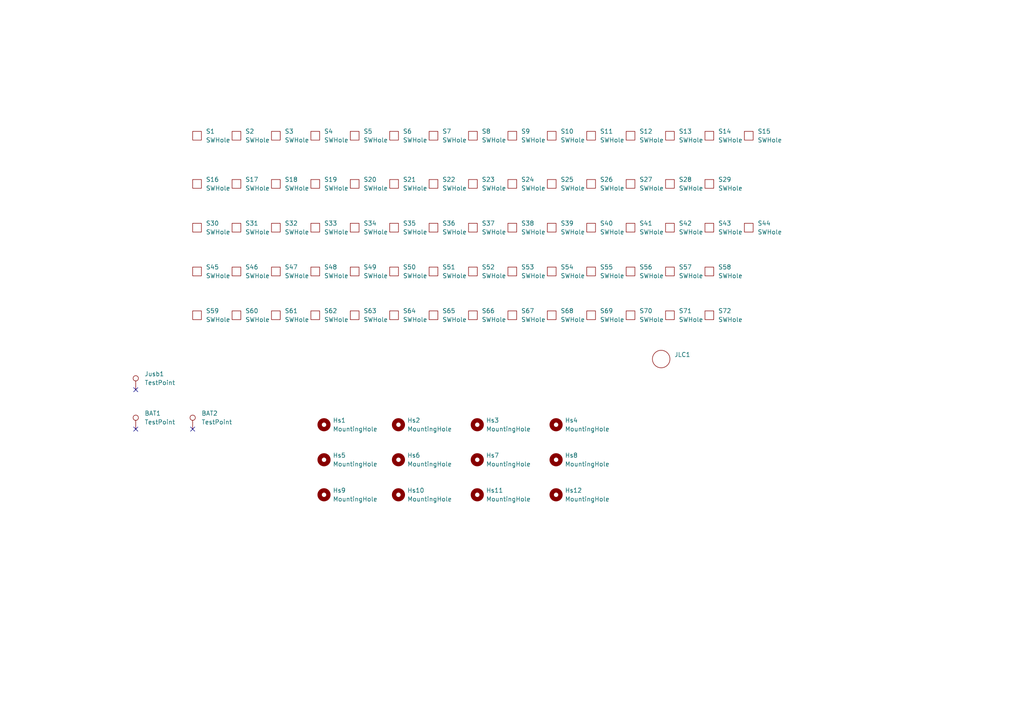
<source format=kicad_sch>
(kicad_sch (version 20250114) (generator "eeschema") (generator_version "9.0")
  (paper "A4")
  (lib_symbols
    (symbol "Connector:TestPoint" (pin_numbers (hide yes)) (pin_names (offset 0.762) (hide yes))
      (property "Reference" "TP" (at 0 6.858 0))
      (property "Value" "TestPoint" (at 0 5.08 0))
      (symbol "TestPoint_0_1"
        (circle (center 0 3.302) (radius 0.762))
      )
      (symbol "TestPoint_1_1"
        (pin passive line (at 0 0 90) (length 2.54) (name "1") (number "1"))
      )
    )
    (symbol "Giri:JLC_Order_Num"
      (property "Reference" "JLC" (at 0 0 0))
      (property "Value" "JLC_Order_Num" (at 0 0 0))
      (symbol "JLC_Order_Num_0_1"
        (circle (center 0 0) (radius 2.54) (stroke (width 0.1524)))
      )
    )
    (symbol "Mechanical:MountingHole" (pin_names (offset 1.016)) (in_bom no)
      (property "Reference" "H" (at 0 5.08 0))
      (property "Value" "MountingHole" (at 0 3.175 0))
      (symbol "MountingHole_0_1"
        (circle (center 0 0) (radius 1.27) (stroke (width 1.27)))
      )
    )
    (symbol "tmr-lib:SWHole"
      (property "Reference" "S" (at 0 2.54 0))
      (property "Value" "SWHole" (at 0 -2.54 0))
      (symbol "SWHole_0_1"
        (rectangle (start -1.27 1.27) (end 1.27 -1.27) (stroke (width 0.1524)))
      )
    )
  )
  (no_connect (at 39.37 124.46))
  (no_connect (at 39.37 113.03))
  (no_connect (at 55.88 124.46))
  (symbol (lib_id "tmr-lib:SWHole") (at 125.73 53.34 0) (unit 1)
    (property "Reference" "S22" (at 128.27 52.0699 0) (effects (justify left)))
    (property "Value" "SWHole" (at 128.27 54.6099 0) (effects (justify left)))
    (property "Footprint" "tmr-lib:Switch_Cutout" (effects (hide yes)))
  )
  (symbol (lib_id "tmr-lib:SWHole") (at 148.59 66.04 0) (unit 1)
    (property "Reference" "S38" (at 151.13 64.7699 0) (effects (justify left)))
    (property "Value" "SWHole" (at 151.13 67.3099 0) (effects (justify left)))
    (property "Footprint" "tmr-lib:Switch_Cutout" (effects (hide yes)))
  )
  (symbol (lib_id "tmr-lib:SWHole") (at 68.58 91.44 0) (unit 1)
    (property "Reference" "S60" (at 71.12 90.1699 0) (effects (justify left)))
    (property "Value" "SWHole" (at 71.12 92.7099 0) (effects (justify left)))
    (property "Footprint" "tmr-lib:Switch_Cutout_1.25u" (effects (hide yes)))
  )
  (symbol (lib_id "tmr-lib:SWHole") (at 137.16 66.04 0) (unit 1)
    (property "Reference" "S37" (at 139.7 64.7699 0) (effects (justify left)))
    (property "Value" "SWHole" (at 139.7 67.3099 0) (effects (justify left)))
    (property "Footprint" "tmr-lib:Switch_Cutout" (effects (hide yes)))
  )
  (symbol (lib_id "Mechanical:MountingHole") (at 115.57 133.35 0) (unit 1) (in_bom no)
    (property "Reference" "Hs6" (at 118.11 132.0799 0) (effects (justify left)))
    (property "Value" "MountingHole" (at 118.11 134.6199 0) (effects (justify left)))
    (property "Footprint" "MountingHole:MountingHole_2.1mm" (effects (hide yes)))
    (property "Description" "Mounting Hole without connection" (effects (hide yes)))
  )
  (symbol (lib_id "tmr-lib:SWHole") (at 205.74 78.74 0) (unit 1)
    (property "Reference" "S58" (at 208.28 77.4699 0) (effects (justify left)))
    (property "Value" "SWHole" (at 208.28 80.0099 0) (effects (justify left)))
    (property "Footprint" "tmr-lib:Switch_Cutout" (effects (hide yes)))
  )
  (symbol (lib_id "tmr-lib:SWHole") (at 102.87 53.34 0) (unit 1)
    (property "Reference" "S20" (at 105.41 52.0699 0) (effects (justify left)))
    (property "Value" "SWHole" (at 105.41 54.6099 0) (effects (justify left)))
    (property "Footprint" "tmr-lib:Switch_Cutout" (effects (hide yes)))
  )
  (symbol (lib_id "tmr-lib:SWHole") (at 114.3 78.74 0) (unit 1)
    (property "Reference" "S50" (at 116.84 77.4699 0) (effects (justify left)))
    (property "Value" "SWHole" (at 116.84 80.0099 0) (effects (justify left)))
    (property "Footprint" "tmr-lib:Switch_Cutout" (effects (hide yes)))
  )
  (symbol (lib_id "tmr-lib:SWHole") (at 114.3 91.44 0) (unit 1)
    (property "Reference" "S64" (at 116.84 90.1699 0) (effects (justify left)))
    (property "Value" "SWHole" (at 116.84 92.7099 0) (effects (justify left)))
    (property "Footprint" "tmr-lib:Switch_Cutout_2u" (effects (hide yes)))
  )
  (symbol (lib_id "Giri:JLC_Order_Num") (at 191.77 104.14 0) (unit 1)
    (property "Reference" "JLC1" (at 195.58 102.87 0) (effects (justify left)))
    (property "Value" "JLC_Order_Num" (effects (hide yes)))
    (property "Footprint" "tmr-lib:JLC_Order_Num" (effects (hide yes)))
  )
  (symbol (lib_id "tmr-lib:SWHole") (at 80.01 78.74 0) (unit 1)
    (property "Reference" "S47" (at 82.55 77.4699 0) (effects (justify left)))
    (property "Value" "SWHole" (at 82.55 80.0099 0) (effects (justify left)))
    (property "Footprint" "tmr-lib:Switch_Cutout" (effects (hide yes)))
  )
  (symbol (lib_id "tmr-lib:SWHole") (at 114.3 39.37 0) (unit 1)
    (property "Reference" "S6" (at 116.84 38.0999 0) (effects (justify left)))
    (property "Value" "SWHole" (at 116.84 40.6399 0) (effects (justify left)))
    (property "Footprint" "tmr-lib:Switch_Cutout" (effects (hide yes)))
  )
  (symbol (lib_id "tmr-lib:SWHole") (at 68.58 53.34 0) (unit 1)
    (property "Reference" "S17" (at 71.12 52.0699 0) (effects (justify left)))
    (property "Value" "SWHole" (at 71.12 54.6099 0) (effects (justify left)))
    (property "Footprint" "tmr-lib:Switch_Cutout" (effects (hide yes)))
  )
  (symbol (lib_id "Mechanical:MountingHole") (at 161.29 133.35 0) (unit 1) (in_bom no)
    (property "Reference" "Hs8" (at 163.83 132.0799 0) (effects (justify left)))
    (property "Value" "MountingHole" (at 163.83 134.6199 0) (effects (justify left)))
    (property "Footprint" "MountingHole:MountingHole_2.1mm" (effects (hide yes)))
    (property "Description" "Mounting Hole without connection" (effects (hide yes)))
  )
  (symbol (lib_id "tmr-lib:SWHole") (at 194.31 78.74 0) (unit 1)
    (property "Reference" "S57" (at 196.85 77.4699 0) (effects (justify left)))
    (property "Value" "SWHole" (at 196.85 80.0099 0) (effects (justify left)))
    (property "Footprint" "tmr-lib:Switch_Cutout_1.75u" (effects (hide yes)))
  )
  (symbol (lib_id "tmr-lib:SWHole") (at 194.31 53.34 0) (unit 1)
    (property "Reference" "S28" (at 196.85 52.0699 0) (effects (justify left)))
    (property "Value" "SWHole" (at 196.85 54.6099 0) (effects (justify left)))
    (property "Footprint" "tmr-lib:Switch_Cutout" (effects (hide yes)))
  )
  (symbol (lib_id "tmr-lib:SWHole") (at 194.31 66.04 0) (unit 1)
    (property "Reference" "S42" (at 196.85 64.7699 0) (effects (justify left)))
    (property "Value" "SWHole" (at 196.85 67.3099 0) (effects (justify left)))
    (property "Footprint" "tmr-lib:Switch_Cutout_1.25u" (effects (hide yes)))
  )
  (symbol (lib_id "tmr-lib:SWHole") (at 68.58 66.04 0) (unit 1)
    (property "Reference" "S31" (at 71.12 64.7699 0) (effects (justify left)))
    (property "Value" "SWHole" (at 71.12 67.3099 0) (effects (justify left)))
    (property "Footprint" "tmr-lib:Switch_Cutout" (effects (hide yes)))
  )
  (symbol (lib_id "tmr-lib:SWHole") (at 102.87 66.04 0) (unit 1)
    (property "Reference" "S34" (at 105.41 64.7699 0) (effects (justify left)))
    (property "Value" "SWHole" (at 105.41 67.3099 0) (effects (justify left)))
    (property "Footprint" "tmr-lib:Switch_Cutout" (effects (hide yes)))
  )
  (symbol (lib_id "tmr-lib:SWHole") (at 57.15 78.74 0) (unit 1)
    (property "Reference" "S45" (at 59.69 77.4699 0) (effects (justify left)))
    (property "Value" "SWHole" (at 59.69 80.0099 0) (effects (justify left)))
    (property "Footprint" "tmr-lib:Switch_Cutout_1.25u" (effects (hide yes)))
  )
  (symbol (lib_id "Mechanical:MountingHole") (at 93.98 123.19 0) (unit 1) (in_bom no)
    (property "Reference" "Hs1" (at 96.52 121.9199 0) (effects (justify left)))
    (property "Value" "MountingHole" (at 96.52 124.4599 0) (effects (justify left)))
    (property "Footprint" "MountingHole:MountingHole_2.1mm" (effects (hide yes)))
    (property "Description" "Mounting Hole without connection" (effects (hide yes)))
  )
  (symbol (lib_id "tmr-lib:SWHole") (at 57.15 39.37 0) (unit 1)
    (property "Reference" "S1" (at 59.69 38.0999 0) (effects (justify left)))
    (property "Value" "SWHole" (at 59.69 40.6399 0) (effects (justify left)))
    (property "Footprint" "tmr-lib:Switch_Cutout" (effects (hide yes)))
  )
  (symbol (lib_id "tmr-lib:SWHole") (at 205.74 91.44 0) (unit 1)
    (property "Reference" "S72" (at 208.28 90.1699 0) (effects (justify left)))
    (property "Value" "SWHole" (at 208.28 92.7099 0) (effects (justify left)))
    (property "Footprint" "tmr-lib:Switch_Cutout" (effects (hide yes)))
  )
  (symbol (lib_id "tmr-lib:SWHole") (at 125.73 39.37 0) (unit 1)
    (property "Reference" "S7" (at 128.27 38.0999 0) (effects (justify left)))
    (property "Value" "SWHole" (at 128.27 40.6399 0) (effects (justify left)))
    (property "Footprint" "tmr-lib:Switch_Cutout" (effects (hide yes)))
  )
  (symbol (lib_id "tmr-lib:SWHole") (at 148.59 39.37 0) (unit 1)
    (property "Reference" "S9" (at 151.13 38.0999 0) (effects (justify left)))
    (property "Value" "SWHole" (at 151.13 40.6399 0) (effects (justify left)))
    (property "Footprint" "tmr-lib:Switch_Cutout" (effects (hide yes)))
  )
  (symbol (lib_id "tmr-lib:SWHole") (at 68.58 78.74 0) (unit 1)
    (property "Reference" "S46" (at 71.12 77.4699 0) (effects (justify left)))
    (property "Value" "SWHole" (at 71.12 80.0099 0) (effects (justify left)))
    (property "Footprint" "tmr-lib:Switch_Cutout_1.75u" (effects (hide yes)))
  )
  (symbol (lib_id "tmr-lib:SWHole") (at 171.45 91.44 0) (unit 1)
    (property "Reference" "S69" (at 173.99 90.1699 0) (effects (justify left)))
    (property "Value" "SWHole" (at 173.99 92.7099 0) (effects (justify left)))
    (property "Footprint" "tmr-lib:Switch_Cutout" (effects (hide yes)))
  )
  (symbol (lib_id "tmr-lib:SWHole") (at 171.45 39.37 0) (unit 1)
    (property "Reference" "S11" (at 173.99 38.0999 0) (effects (justify left)))
    (property "Value" "SWHole" (at 173.99 40.6399 0) (effects (justify left)))
    (property "Footprint" "tmr-lib:Switch_Cutout" (effects (hide yes)))
  )
  (symbol (lib_id "tmr-lib:SWHole") (at 194.31 91.44 0) (unit 1)
    (property "Reference" "S71" (at 196.85 90.1699 0) (effects (justify left)))
    (property "Value" "SWHole" (at 196.85 92.7099 0) (effects (justify left)))
    (property "Footprint" "tmr-lib:Switch_Cutout" (effects (hide yes)))
  )
  (symbol (lib_id "tmr-lib:SWHole") (at 205.74 39.37 0) (unit 1)
    (property "Reference" "S14" (at 208.28 38.0999 0) (effects (justify left)))
    (property "Value" "SWHole" (at 208.28 40.6399 0) (effects (justify left)))
    (property "Footprint" "tmr-lib:Switch_Cutout" (effects (hide yes)))
  )
  (symbol (lib_id "tmr-lib:SWHole") (at 148.59 91.44 0) (unit 1)
    (property "Reference" "S67" (at 151.13 90.1699 0) (effects (justify left)))
    (property "Value" "SWHole" (at 151.13 92.7099 0) (effects (justify left)))
    (property "Footprint" "tmr-lib:Switch_Cutout" (effects (hide yes)))
  )
  (symbol (lib_id "tmr-lib:SWHole") (at 91.44 53.34 0) (unit 1)
    (property "Reference" "S19" (at 93.98 52.0699 0) (effects (justify left)))
    (property "Value" "SWHole" (at 93.98 54.6099 0) (effects (justify left)))
    (property "Footprint" "tmr-lib:Switch_Cutout" (effects (hide yes)))
  )
  (symbol (lib_id "tmr-lib:SWHole") (at 102.87 39.37 0) (unit 1)
    (property "Reference" "S5" (at 105.41 38.0999 0) (effects (justify left)))
    (property "Value" "SWHole" (at 105.41 40.6399 0) (effects (justify left)))
    (property "Footprint" "tmr-lib:Switch_Cutout" (effects (hide yes)))
  )
  (symbol (lib_id "tmr-lib:SWHole") (at 91.44 39.37 0) (unit 1)
    (property "Reference" "S4" (at 93.98 38.0999 0) (effects (justify left)))
    (property "Value" "SWHole" (at 93.98 40.6399 0) (effects (justify left)))
    (property "Footprint" "tmr-lib:Switch_Cutout" (effects (hide yes)))
  )
  (symbol (lib_id "tmr-lib:SWHole") (at 137.16 91.44 0) (unit 1)
    (property "Reference" "S66" (at 139.7 90.1699 0) (effects (justify left)))
    (property "Value" "SWHole" (at 139.7 92.7099 0) (effects (justify left)))
    (property "Footprint" "tmr-lib:Switch_Cutout_2u" (effects (hide yes)))
  )
  (symbol (lib_id "tmr-lib:SWHole") (at 182.88 91.44 0) (unit 1)
    (property "Reference" "S70" (at 185.42 90.1699 0) (effects (justify left)))
    (property "Value" "SWHole" (at 185.42 92.7099 0) (effects (justify left)))
    (property "Footprint" "tmr-lib:Switch_Cutout_1.25u" (effects (hide yes)))
  )
  (symbol (lib_id "tmr-lib:SWHole") (at 68.58 39.37 0) (unit 1)
    (property "Reference" "S2" (at 71.12 38.0999 0) (effects (justify left)))
    (property "Value" "SWHole" (at 71.12 40.6399 0) (effects (justify left)))
    (property "Footprint" "tmr-lib:Switch_Cutout" (effects (hide yes)))
  )
  (symbol (lib_id "tmr-lib:SWHole") (at 125.73 78.74 0) (unit 1)
    (property "Reference" "S51" (at 128.27 77.4699 0) (effects (justify left)))
    (property "Value" "SWHole" (at 128.27 80.0099 0) (effects (justify left)))
    (property "Footprint" "tmr-lib:Switch_Cutout" (effects (hide yes)))
  )
  (symbol (lib_id "Mechanical:MountingHole") (at 138.43 133.35 0) (unit 1) (in_bom no)
    (property "Reference" "Hs7" (at 140.97 132.0799 0) (effects (justify left)))
    (property "Value" "MountingHole" (at 140.97 134.6199 0) (effects (justify left)))
    (property "Footprint" "MountingHole:MountingHole_2.1mm" (effects (hide yes)))
    (property "Description" "Mounting Hole without connection" (effects (hide yes)))
  )
  (symbol (lib_id "tmr-lib:SWHole") (at 137.16 53.34 0) (unit 1)
    (property "Reference" "S23" (at 139.7 52.0699 0) (effects (justify left)))
    (property "Value" "SWHole" (at 139.7 54.6099 0) (effects (justify left)))
    (property "Footprint" "tmr-lib:Switch_Cutout" (effects (hide yes)))
  )
  (symbol (lib_id "Mechanical:MountingHole") (at 115.57 143.51 0) (unit 1) (in_bom no)
    (property "Reference" "Hs10" (at 118.11 142.2399 0) (effects (justify left)))
    (property "Value" "MountingHole" (at 118.11 144.7799 0) (effects (justify left)))
    (property "Footprint" "MountingHole:MountingHole_2.1mm" (effects (hide yes)))
    (property "Description" "Mounting Hole without connection" (effects (hide yes)))
  )
  (symbol (lib_id "tmr-lib:SWHole") (at 91.44 78.74 0) (unit 1)
    (property "Reference" "S48" (at 93.98 77.4699 0) (effects (justify left)))
    (property "Value" "SWHole" (at 93.98 80.0099 0) (effects (justify left)))
    (property "Footprint" "tmr-lib:Switch_Cutout" (effects (hide yes)))
  )
  (symbol (lib_id "Mechanical:MountingHole") (at 115.57 123.19 0) (unit 1) (in_bom no)
    (property "Reference" "Hs2" (at 118.11 121.9199 0) (effects (justify left)))
    (property "Value" "MountingHole" (at 118.11 124.4599 0) (effects (justify left)))
    (property "Footprint" "MountingHole:MountingHole_2.1mm" (effects (hide yes)))
    (property "Description" "Mounting Hole without connection" (effects (hide yes)))
  )
  (symbol (lib_id "tmr-lib:SWHole") (at 80.01 53.34 0) (unit 1)
    (property "Reference" "S18" (at 82.55 52.0699 0) (effects (justify left)))
    (property "Value" "SWHole" (at 82.55 54.6099 0) (effects (justify left)))
    (property "Footprint" "tmr-lib:Switch_Cutout" (effects (hide yes)))
  )
  (symbol (lib_id "tmr-lib:SWHole") (at 171.45 78.74 0) (unit 1)
    (property "Reference" "S55" (at 173.99 77.4699 0) (effects (justify left)))
    (property "Value" "SWHole" (at 173.99 80.0099 0) (effects (justify left)))
    (property "Footprint" "tmr-lib:Switch_Cutout" (effects (hide yes)))
  )
  (symbol (lib_id "tmr-lib:SWHole") (at 80.01 66.04 0) (unit 1)
    (property "Reference" "S32" (at 82.55 64.7699 0) (effects (justify left)))
    (property "Value" "SWHole" (at 82.55 67.3099 0) (effects (justify left)))
    (property "Footprint" "tmr-lib:Switch_Cutout" (effects (hide yes)))
  )
  (symbol (lib_id "tmr-lib:SWHole") (at 102.87 78.74 0) (unit 1)
    (property "Reference" "S49" (at 105.41 77.4699 0) (effects (justify left)))
    (property "Value" "SWHole" (at 105.41 80.0099 0) (effects (justify left)))
    (property "Footprint" "tmr-lib:Switch_Cutout" (effects (hide yes)))
  )
  (symbol (lib_id "Mechanical:MountingHole") (at 138.43 123.19 0) (unit 1) (in_bom no)
    (property "Reference" "Hs3" (at 140.97 121.9199 0) (effects (justify left)))
    (property "Value" "MountingHole" (at 140.97 124.4599 0) (effects (justify left)))
    (property "Footprint" "MountingHole:MountingHole_2.1mm" (effects (hide yes)))
    (property "Description" "Mounting Hole without connection" (effects (hide yes)))
  )
  (symbol (lib_id "Connector:TestPoint") (at 39.37 113.03 0) (unit 1)
    (property "Reference" "Jusb1" (at 41.91 108.4579 0) (effects (justify left)))
    (property "Value" "TestPoint" (at 41.91 110.9979 0) (effects (justify left)))
    (property "Footprint" "tmr-lib:Dummy" (effects (hide yes)))
    (property "Description" "test point" (effects (hide yes)))
  )
  (symbol (lib_id "tmr-lib:SWHole") (at 160.02 39.37 0) (unit 1)
    (property "Reference" "S10" (at 162.56 38.0999 0) (effects (justify left)))
    (property "Value" "SWHole" (at 162.56 40.6399 0) (effects (justify left)))
    (property "Footprint" "tmr-lib:Switch_Cutout" (effects (hide yes)))
  )
  (symbol (lib_id "tmr-lib:SWHole") (at 114.3 66.04 0) (unit 1)
    (property "Reference" "S35" (at 116.84 64.7699 0) (effects (justify left)))
    (property "Value" "SWHole" (at 116.84 67.3099 0) (effects (justify left)))
    (property "Footprint" "tmr-lib:Switch_Cutout" (effects (hide yes)))
  )
  (symbol (lib_id "tmr-lib:SWHole") (at 57.15 53.34 0) (unit 1)
    (property "Reference" "S16" (at 59.69 52.0699 0) (effects (justify left)))
    (property "Value" "SWHole" (at 59.69 54.6099 0) (effects (justify left)))
    (property "Footprint" "tmr-lib:Switch_Cutout" (effects (hide yes)))
  )
  (symbol (lib_id "tmr-lib:SWHole") (at 205.74 66.04 0) (unit 1)
    (property "Reference" "S43" (at 208.28 64.7699 0) (effects (justify left)))
    (property "Value" "SWHole" (at 208.28 67.3099 0) (effects (justify left)))
    (property "Footprint" "tmr-lib:Switch_Cutout" (effects (hide yes)))
  )
  (symbol (lib_id "tmr-lib:SWHole") (at 160.02 78.74 0) (unit 1)
    (property "Reference" "S54" (at 162.56 77.4699 0) (effects (justify left)))
    (property "Value" "SWHole" (at 162.56 80.0099 0) (effects (justify left)))
    (property "Footprint" "tmr-lib:Switch_Cutout" (effects (hide yes)))
  )
  (symbol (lib_id "tmr-lib:SWHole") (at 171.45 53.34 0) (unit 1)
    (property "Reference" "S26" (at 173.99 52.0699 0) (effects (justify left)))
    (property "Value" "SWHole" (at 173.99 54.6099 0) (effects (justify left)))
    (property "Footprint" "tmr-lib:Switch_Cutout" (effects (hide yes)))
  )
  (symbol (lib_id "Mechanical:MountingHole") (at 93.98 143.51 0) (unit 1) (in_bom no)
    (property "Reference" "Hs9" (at 96.52 142.2399 0) (effects (justify left)))
    (property "Value" "MountingHole" (at 96.52 144.7799 0) (effects (justify left)))
    (property "Footprint" "MountingHole:MountingHole_2.1mm" (effects (hide yes)))
    (property "Description" "Mounting Hole without connection" (effects (hide yes)))
  )
  (symbol (lib_id "tmr-lib:SWHole") (at 182.88 78.74 0) (unit 1)
    (property "Reference" "S56" (at 185.42 77.4699 0) (effects (justify left)))
    (property "Value" "SWHole" (at 185.42 80.0099 0) (effects (justify left)))
    (property "Footprint" "tmr-lib:Switch_Cutout" (effects (hide yes)))
  )
  (symbol (lib_id "Mechanical:MountingHole") (at 93.98 133.35 0) (unit 1) (in_bom no)
    (property "Reference" "Hs5" (at 96.52 132.0799 0) (effects (justify left)))
    (property "Value" "MountingHole" (at 96.52 134.6199 0) (effects (justify left)))
    (property "Footprint" "MountingHole:MountingHole_2.1mm" (effects (hide yes)))
    (property "Description" "Mounting Hole without connection" (effects (hide yes)))
  )
  (symbol (lib_id "tmr-lib:SWHole") (at 91.44 91.44 0) (unit 1)
    (property "Reference" "S62" (at 93.98 90.1699 0) (effects (justify left)))
    (property "Value" "SWHole" (at 93.98 92.7099 0) (effects (justify left)))
    (property "Footprint" "tmr-lib:Switch_Cutout" (effects (hide yes)))
  )
  (symbol (lib_id "tmr-lib:SWHole") (at 137.16 39.37 0) (unit 1)
    (property "Reference" "S8" (at 139.7 38.0999 0) (effects (justify left)))
    (property "Value" "SWHole" (at 139.7 40.6399 0) (effects (justify left)))
    (property "Footprint" "tmr-lib:Switch_Cutout" (effects (hide yes)))
  )
  (symbol (lib_id "tmr-lib:SWHole") (at 182.88 39.37 0) (unit 1)
    (property "Reference" "S12" (at 185.42 38.0999 0) (effects (justify left)))
    (property "Value" "SWHole" (at 185.42 40.6399 0) (effects (justify left)))
    (property "Footprint" "tmr-lib:Switch_Cutout" (effects (hide yes)))
  )
  (symbol (lib_id "tmr-lib:SWHole") (at 182.88 66.04 0) (unit 1)
    (property "Reference" "S41" (at 185.42 64.7699 0) (effects (justify left)))
    (property "Value" "SWHole" (at 185.42 67.3099 0) (effects (justify left)))
    (property "Footprint" "tmr-lib:Switch_Cutout" (effects (hide yes)))
  )
  (symbol (lib_id "tmr-lib:SWHole") (at 57.15 66.04 0) (unit 1)
    (property "Reference" "S30" (at 59.69 64.7699 0) (effects (justify left)))
    (property "Value" "SWHole" (at 59.69 67.3099 0) (effects (justify left)))
    (property "Footprint" "tmr-lib:Switch_Cutout_1.25u" (effects (hide yes)))
  )
  (symbol (lib_id "tmr-lib:SWHole") (at 137.16 78.74 0) (unit 1)
    (property "Reference" "S52" (at 139.7 77.4699 0) (effects (justify left)))
    (property "Value" "SWHole" (at 139.7 80.0099 0) (effects (justify left)))
    (property "Footprint" "tmr-lib:Switch_Cutout" (effects (hide yes)))
  )
  (symbol (lib_id "tmr-lib:SWHole") (at 125.73 91.44 0) (unit 1)
    (property "Reference" "S65" (at 128.27 90.1699 0) (effects (justify left)))
    (property "Value" "SWHole" (at 128.27 92.7099 0) (effects (justify left)))
    (property "Footprint" "tmr-lib:Switch_Cutout" (effects (hide yes)))
  )
  (symbol (lib_id "tmr-lib:SWHole") (at 148.59 78.74 0) (unit 1)
    (property "Reference" "S53" (at 151.13 77.4699 0) (effects (justify left)))
    (property "Value" "SWHole" (at 151.13 80.0099 0) (effects (justify left)))
    (property "Footprint" "tmr-lib:Switch_Cutout" (effects (hide yes)))
  )
  (symbol (lib_id "tmr-lib:SWHole") (at 160.02 53.34 0) (unit 1)
    (property "Reference" "S25" (at 162.56 52.0699 0) (effects (justify left)))
    (property "Value" "SWHole" (at 162.56 54.6099 0) (effects (justify left)))
    (property "Footprint" "tmr-lib:Switch_Cutout" (effects (hide yes)))
  )
  (symbol (lib_id "Connector:TestPoint") (at 39.37 124.46 0) (unit 1)
    (property "Reference" "BAT1" (at 41.91 119.8879 0) (effects (justify left)))
    (property "Value" "TestPoint" (at 41.91 122.4279 0) (effects (justify left)))
    (property "Footprint" "tmr-lib:Dummy" (effects (hide yes)))
    (property "Description" "test point" (effects (hide yes)))
  )
  (symbol (lib_id "tmr-lib:SWHole") (at 160.02 91.44 0) (unit 1)
    (property "Reference" "S68" (at 162.56 90.1699 0) (effects (justify left)))
    (property "Value" "SWHole" (at 162.56 92.7099 0) (effects (justify left)))
    (property "Footprint" "tmr-lib:Switch_Cutout" (effects (hide yes)))
  )
  (symbol (lib_id "tmr-lib:SWHole") (at 148.59 53.34 0) (unit 1)
    (property "Reference" "S24" (at 151.13 52.0699 0) (effects (justify left)))
    (property "Value" "SWHole" (at 151.13 54.6099 0) (effects (justify left)))
    (property "Footprint" "tmr-lib:Switch_Cutout" (effects (hide yes)))
  )
  (symbol (lib_id "tmr-lib:SWHole") (at 217.17 39.37 0) (unit 1)
    (property "Reference" "S15" (at 219.71 38.0999 0) (effects (justify left)))
    (property "Value" "SWHole" (at 219.71 40.6399 0) (effects (justify left)))
    (property "Footprint" "tmr-lib:Switch_Cutout" (effects (hide yes)))
  )
  (symbol (lib_id "tmr-lib:SWHole") (at 217.17 66.04 0) (unit 1)
    (property "Reference" "S44" (at 219.71 64.7699 0) (effects (justify left)))
    (property "Value" "SWHole" (at 219.71 67.3099 0) (effects (justify left)))
    (property "Footprint" "tmr-lib:Switch_Cutout" (effects (hide yes)))
  )
  (symbol (lib_id "tmr-lib:SWHole") (at 80.01 39.37 0) (unit 1)
    (property "Reference" "S3" (at 82.55 38.0999 0) (effects (justify left)))
    (property "Value" "SWHole" (at 82.55 40.6399 0) (effects (justify left)))
    (property "Footprint" "tmr-lib:Switch_Cutout" (effects (hide yes)))
  )
  (symbol (lib_id "tmr-lib:SWHole") (at 80.01 91.44 0) (unit 1)
    (property "Reference" "S61" (at 82.55 90.1699 0) (effects (justify left)))
    (property "Value" "SWHole" (at 82.55 92.7099 0) (effects (justify left)))
    (property "Footprint" "tmr-lib:Switch_Cutout" (effects (hide yes)))
  )
  (symbol (lib_id "tmr-lib:SWHole") (at 160.02 66.04 0) (unit 1)
    (property "Reference" "S39" (at 162.56 64.7699 0) (effects (justify left)))
    (property "Value" "SWHole" (at 162.56 67.3099 0) (effects (justify left)))
    (property "Footprint" "tmr-lib:Switch_Cutout" (effects (hide yes)))
  )
  (symbol (lib_id "tmr-lib:SWHole") (at 125.73 66.04 0) (unit 1)
    (property "Reference" "S36" (at 128.27 64.7699 0) (effects (justify left)))
    (property "Value" "SWHole" (at 128.27 67.3099 0) (effects (justify left)))
    (property "Footprint" "tmr-lib:Switch_Cutout" (effects (hide yes)))
  )
  (symbol (lib_id "Connector:TestPoint") (at 55.88 124.46 0) (unit 1)
    (property "Reference" "BAT2" (at 58.42 119.8879 0) (effects (justify left)))
    (property "Value" "TestPoint" (at 58.42 122.4279 0) (effects (justify left)))
    (property "Footprint" "tmr-lib:Dummy" (effects (hide yes)))
    (property "Description" "test point" (effects (hide yes)))
  )
  (symbol (lib_id "Mechanical:MountingHole") (at 138.43 143.51 0) (unit 1) (in_bom no)
    (property "Reference" "Hs11" (at 140.97 142.2399 0) (effects (justify left)))
    (property "Value" "MountingHole" (at 140.97 144.7799 0) (effects (justify left)))
    (property "Footprint" "MountingHole:MountingHole_2.1mm" (effects (hide yes)))
    (property "Description" "Mounting Hole without connection" (effects (hide yes)))
  )
  (symbol (lib_id "Mechanical:MountingHole") (at 161.29 143.51 0) (unit 1) (in_bom no)
    (property "Reference" "Hs12" (at 163.83 142.2399 0) (effects (justify left)))
    (property "Value" "MountingHole" (at 163.83 144.7799 0) (effects (justify left)))
    (property "Footprint" "MountingHole:MountingHole_2.1mm" (effects (hide yes)))
    (property "Description" "Mounting Hole without connection" (effects (hide yes)))
  )
  (symbol (lib_id "tmr-lib:SWHole") (at 194.31 39.37 0) (unit 1)
    (property "Reference" "S13" (at 196.85 38.0999 0) (effects (justify left)))
    (property "Value" "SWHole" (at 196.85 40.6399 0) (effects (justify left)))
    (property "Footprint" "tmr-lib:Switch_Cutout" (effects (hide yes)))
  )
  (symbol (lib_id "tmr-lib:SWHole") (at 171.45 66.04 0) (unit 1)
    (property "Reference" "S40" (at 173.99 64.7699 0) (effects (justify left)))
    (property "Value" "SWHole" (at 173.99 67.3099 0) (effects (justify left)))
    (property "Footprint" "tmr-lib:Switch_Cutout" (effects (hide yes)))
  )
  (symbol (lib_id "tmr-lib:SWHole") (at 205.74 53.34 0) (unit 1)
    (property "Reference" "S29" (at 208.28 52.0699 0) (effects (justify left)))
    (property "Value" "SWHole" (at 208.28 54.6099 0) (effects (justify left)))
    (property "Footprint" "tmr-lib:Switch_Cutout" (effects (hide yes)))
  )
  (symbol (lib_id "Mechanical:MountingHole") (at 161.29 123.19 0) (unit 1) (in_bom no)
    (property "Reference" "Hs4" (at 163.83 121.9199 0) (effects (justify left)))
    (property "Value" "MountingHole" (at 163.83 124.4599 0) (effects (justify left)))
    (property "Footprint" "MountingHole:MountingHole_2.1mm" (effects (hide yes)))
    (property "Description" "Mounting Hole without connection" (effects (hide yes)))
  )
  (symbol (lib_id "tmr-lib:SWHole") (at 57.15 91.44 0) (unit 1)
    (property "Reference" "S59" (at 59.69 90.1699 0) (effects (justify left)))
    (property "Value" "SWHole" (at 59.69 92.7099 0) (effects (justify left)))
    (property "Footprint" "tmr-lib:Switch_Cutout_1.25u" (effects (hide yes)))
  )
  (symbol (lib_id "tmr-lib:SWHole") (at 102.87 91.44 0) (unit 1)
    (property "Reference" "S63" (at 105.41 90.1699 0) (effects (justify left)))
    (property "Value" "SWHole" (at 105.41 92.7099 0) (effects (justify left)))
    (property "Footprint" "tmr-lib:Switch_Cutout" (effects (hide yes)))
  )
  (symbol (lib_id "tmr-lib:SWHole") (at 182.88 53.34 0) (unit 1)
    (property "Reference" "S27" (at 185.42 52.0699 0) (effects (justify left)))
    (property "Value" "SWHole" (at 185.42 54.6099 0) (effects (justify left)))
    (property "Footprint" "tmr-lib:Switch_Cutout" (effects (hide yes)))
  )
  (symbol (lib_id "tmr-lib:SWHole") (at 91.44 66.04 0) (unit 1)
    (property "Reference" "S33" (at 93.98 64.7699 0) (effects (justify left)))
    (property "Value" "SWHole" (at 93.98 67.3099 0) (effects (justify left)))
    (property "Footprint" "tmr-lib:Switch_Cutout" (effects (hide yes)))
  )
  (symbol (lib_id "tmr-lib:SWHole") (at 114.3 53.34 0) (unit 1)
    (property "Reference" "S21" (at 116.84 52.0699 0) (effects (justify left)))
    (property "Value" "SWHole" (at 116.84 54.6099 0) (effects (justify left)))
    (property "Footprint" "tmr-lib:Switch_Cutout" (effects (hide yes)))
  )
)
</source>
